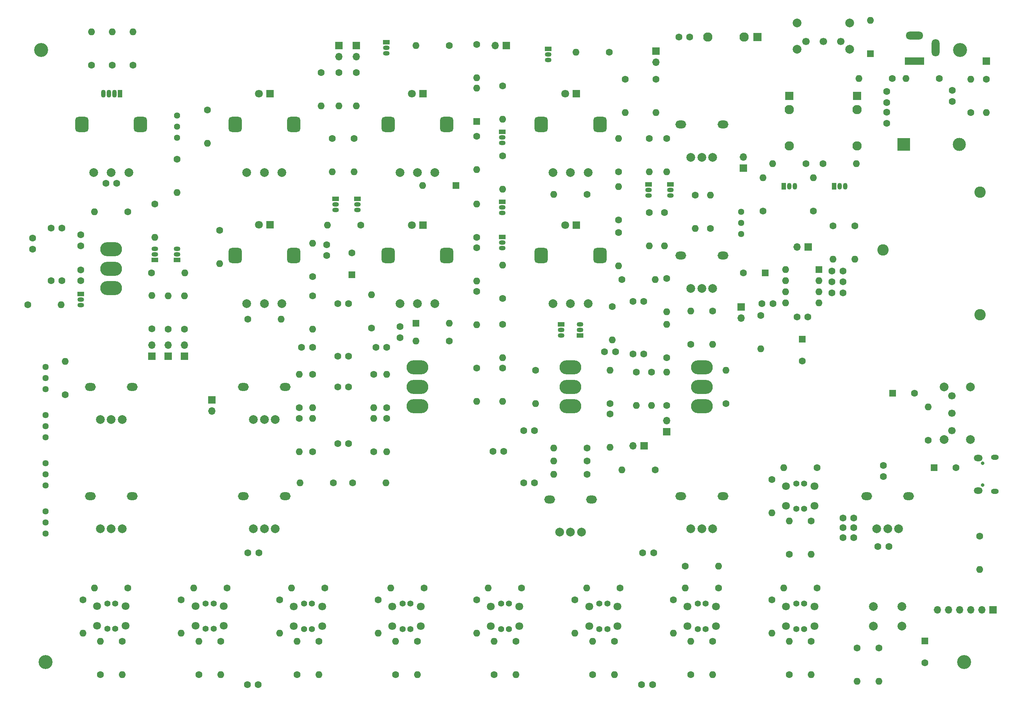
<source format=gbr>
%TF.GenerationSoftware,KiCad,Pcbnew,(6.0.7-1)-1*%
%TF.CreationDate,2022-09-04T10:59:54+02:00*%
%TF.ProjectId,LivSynth_Hardware,4c697653-796e-4746-985f-486172647761,0v01*%
%TF.SameCoordinates,Original*%
%TF.FileFunction,Soldermask,Top*%
%TF.FilePolarity,Negative*%
%FSLAX46Y46*%
G04 Gerber Fmt 4.6, Leading zero omitted, Abs format (unit mm)*
G04 Created by KiCad (PCBNEW (6.0.7-1)-1) date 2022-09-04 10:59:54*
%MOMM*%
%LPD*%
G01*
G04 APERTURE LIST*
G04 Aperture macros list*
%AMRoundRect*
0 Rectangle with rounded corners*
0 $1 Rounding radius*
0 $2 $3 $4 $5 $6 $7 $8 $9 X,Y pos of 4 corners*
0 Add a 4 corners polygon primitive as box body*
4,1,4,$2,$3,$4,$5,$6,$7,$8,$9,$2,$3,0*
0 Add four circle primitives for the rounded corners*
1,1,$1+$1,$2,$3*
1,1,$1+$1,$4,$5*
1,1,$1+$1,$6,$7*
1,1,$1+$1,$8,$9*
0 Add four rect primitives between the rounded corners*
20,1,$1+$1,$2,$3,$4,$5,0*
20,1,$1+$1,$4,$5,$6,$7,0*
20,1,$1+$1,$6,$7,$8,$9,0*
20,1,$1+$1,$8,$9,$2,$3,0*%
G04 Aperture macros list end*
%ADD10C,1.800000*%
%ADD11C,1.400000*%
%ADD12O,5.000000X3.200000*%
%ADD13C,1.440000*%
%ADD14C,2.000000*%
%ADD15O,2.500000X1.800000*%
%ADD16RoundRect,0.750000X-0.750000X-1.000000X0.750000X-1.000000X0.750000X1.000000X-0.750000X1.000000X0*%
%ADD17R,1.830000X1.930000*%
%ADD18C,2.130000*%
%ADD19R,1.930000X1.830000*%
%ADD20C,3.200000*%
%ADD21R,1.700000X1.700000*%
%ADD22O,1.700000X1.700000*%
%ADD23C,1.600000*%
%ADD24O,1.600000X1.600000*%
%ADD25R,1.800000X1.800000*%
%ADD26R,1.050000X1.500000*%
%ADD27O,1.050000X1.500000*%
%ADD28R,1.500000X1.050000*%
%ADD29O,1.500000X1.050000*%
%ADD30C,2.600000*%
%ADD31R,3.000000X3.000000*%
%ADD32C,3.000000*%
%ADD33O,0.800000X0.800000*%
%ADD34O,1.800000X1.150000*%
%ADD35O,2.000000X1.450000*%
%ADD36R,1.600000X1.600000*%
%ADD37C,1.700000*%
%ADD38R,4.400000X1.800000*%
%ADD39O,4.000000X1.800000*%
%ADD40O,1.800000X4.000000*%
%ADD41R,1.070000X1.800000*%
%ADD42O,1.070000X1.800000*%
G04 APERTURE END LIST*
D10*
%TO.C,RGB_Pot5*%
X191750000Y-205250000D03*
X198250000Y-205250000D03*
X191750000Y-209750000D03*
X198250000Y-209750000D03*
D11*
X194100000Y-204600000D03*
X195900000Y-204600000D03*
X195900000Y-210400000D03*
X194100000Y-210400000D03*
%TD*%
D12*
%TO.C,SW2*%
X175000000Y-159450000D03*
X175000000Y-155000000D03*
X175000000Y-150550000D03*
%TD*%
D10*
%TO.C,RGB_Pot4*%
X169250000Y-205250000D03*
X175750000Y-205250000D03*
X169250000Y-209750000D03*
X175750000Y-209750000D03*
D11*
X171600000Y-204600000D03*
X173400000Y-204600000D03*
X173400000Y-210400000D03*
X171600000Y-210400000D03*
%TD*%
D13*
%TO.C,RV14*%
X90000000Y-183450000D03*
X90000000Y-185990000D03*
X90000000Y-188530000D03*
%TD*%
D10*
%TO.C,RGB_Pot2*%
X124250000Y-205178932D03*
X130750000Y-205178932D03*
X124250000Y-209678932D03*
X130750000Y-209678932D03*
D11*
X126600000Y-204528932D03*
X128400000Y-204528932D03*
X128400000Y-210328932D03*
X126600000Y-210328932D03*
%TD*%
D14*
%TO.C,SW7*%
X279250000Y-205250000D03*
X285750000Y-205250000D03*
X279250000Y-209750000D03*
X285750000Y-209750000D03*
%TD*%
D13*
%TO.C,RV13*%
X90000000Y-172450000D03*
X90000000Y-174990000D03*
X90000000Y-177530000D03*
%TD*%
D14*
%TO.C,RV6*%
X237500000Y-187500000D03*
X240000000Y-187500000D03*
X242500000Y-187500000D03*
D15*
X235200000Y-180000000D03*
X244800000Y-180000000D03*
%TD*%
D14*
%TO.C,RV8*%
X137500000Y-187500000D03*
X140000000Y-187500000D03*
X142500000Y-187500000D03*
D15*
X135200000Y-180000000D03*
X144800000Y-180000000D03*
%TD*%
D14*
%TO.C,RV7*%
X102500000Y-162500000D03*
X105000000Y-162500000D03*
X107500000Y-162500000D03*
D15*
X100200000Y-155000000D03*
X109800000Y-155000000D03*
%TD*%
D13*
%TO.C,RV12*%
X90000000Y-161450000D03*
X90000000Y-163990000D03*
X90000000Y-166530000D03*
%TD*%
D14*
%TO.C,RV5*%
X206000000Y-106000000D03*
X210000000Y-106000000D03*
X214000000Y-106000000D03*
D16*
X203300000Y-95000000D03*
X216700000Y-95000000D03*
%TD*%
D14*
%TO.C,RV22*%
X137500000Y-162500000D03*
X140000000Y-162500000D03*
X142500000Y-162500000D03*
D15*
X135200000Y-155000000D03*
X144800000Y-155000000D03*
%TD*%
D14*
%TO.C,RV19*%
X237500000Y-102500000D03*
X240000000Y-102500000D03*
X242500000Y-102500000D03*
D15*
X235200000Y-95000000D03*
X244800000Y-95000000D03*
%TD*%
D14*
%TO.C,RV3*%
X171000000Y-106000000D03*
X175000000Y-106000000D03*
X179000000Y-106000000D03*
D16*
X168300000Y-95000000D03*
X181700000Y-95000000D03*
%TD*%
D12*
%TO.C,SW3*%
X240000000Y-159450000D03*
X240000000Y-155000000D03*
X240000000Y-150550000D03*
%TD*%
D14*
%TO.C,RV18*%
X237500000Y-132500000D03*
X240000000Y-132500000D03*
X242500000Y-132500000D03*
D15*
X235200000Y-125000000D03*
X244800000Y-125000000D03*
%TD*%
D12*
%TO.C,SW5*%
X210000000Y-150550000D03*
X210000000Y-155000000D03*
X210000000Y-159450000D03*
%TD*%
D13*
%TO.C,RV17*%
X249000000Y-114950000D03*
X249000000Y-117490000D03*
X249000000Y-120030000D03*
%TD*%
D14*
%TO.C,RV9*%
X102500000Y-187500000D03*
X105000000Y-187500000D03*
X107500000Y-187500000D03*
D15*
X100200000Y-180000000D03*
X109800000Y-180000000D03*
%TD*%
D14*
%TO.C,RV21*%
X280000000Y-187500000D03*
X282500000Y-187500000D03*
X285000000Y-187500000D03*
D15*
X277700000Y-180000000D03*
X287300000Y-180000000D03*
%TD*%
D14*
%TO.C,RV16*%
X136000000Y-136000000D03*
X140000000Y-136000000D03*
X144000000Y-136000000D03*
D16*
X133300000Y-125000000D03*
X146700000Y-125000000D03*
%TD*%
D14*
%TO.C,RV2*%
X171000000Y-136000000D03*
X175000000Y-136000000D03*
X179000000Y-136000000D03*
D16*
X168300000Y-125000000D03*
X181700000Y-125000000D03*
%TD*%
D14*
%TO.C,RV20*%
X101000000Y-106000000D03*
X105000000Y-106000000D03*
X109000000Y-106000000D03*
D16*
X98300000Y-95000000D03*
X111700000Y-95000000D03*
%TD*%
D17*
%TO.C,J14*%
X252729540Y-75000000D03*
D18*
X249629540Y-75000000D03*
X241329540Y-75000000D03*
%TD*%
D10*
%TO.C,RGB_Pot7*%
X236750000Y-205250000D03*
X243250000Y-205250000D03*
X236750000Y-209750000D03*
X243250000Y-209750000D03*
D11*
X239100000Y-204600000D03*
X240900000Y-204600000D03*
X240900000Y-210400000D03*
X239100000Y-210400000D03*
%TD*%
D19*
%TO.C,J18*%
X260000000Y-88520460D03*
D18*
X260000000Y-91620460D03*
X260000000Y-99920460D03*
%TD*%
D20*
%TO.C,H2*%
X299000000Y-78015000D03*
%TD*%
D19*
%TO.C,J19*%
X275500000Y-88520460D03*
D18*
X275500000Y-91620460D03*
X275500000Y-99920460D03*
%TD*%
D10*
%TO.C,RGB_Pot9*%
X259250000Y-177750000D03*
X265750000Y-177750000D03*
X259250000Y-182250000D03*
X265750000Y-182250000D03*
D11*
X261600000Y-177100000D03*
X263400000Y-177100000D03*
X263400000Y-182900000D03*
X261600000Y-182900000D03*
%TD*%
D14*
%TO.C,RV15*%
X136000000Y-106000000D03*
X140000000Y-106000000D03*
X144000000Y-106000000D03*
D16*
X133300000Y-95000000D03*
X146700000Y-95000000D03*
%TD*%
D13*
%TO.C,RV10*%
X120000000Y-92935000D03*
X120000000Y-95475000D03*
X120000000Y-98015000D03*
%TD*%
D14*
%TO.C,RV1*%
X207500000Y-188250000D03*
X210000000Y-188250000D03*
X212500000Y-188250000D03*
D15*
X205200000Y-180750000D03*
X214800000Y-180750000D03*
%TD*%
D20*
%TO.C,H1*%
X89000000Y-78015000D03*
%TD*%
D10*
%TO.C,RGB_Pot8*%
X259250000Y-205250000D03*
X265750000Y-205250000D03*
X259250000Y-209750000D03*
X265750000Y-209750000D03*
D11*
X261600000Y-204600000D03*
X263400000Y-204600000D03*
X263400000Y-210400000D03*
X261600000Y-210400000D03*
%TD*%
D14*
%TO.C,RV4*%
X206000000Y-136000000D03*
X210000000Y-136000000D03*
X214000000Y-136000000D03*
D16*
X203300000Y-125000000D03*
X216700000Y-125000000D03*
%TD*%
D21*
%TO.C,J15*%
X249000000Y-136725000D03*
D22*
X249000000Y-139265000D03*
%TD*%
D10*
%TO.C,RGB_Pot3*%
X146750000Y-205250000D03*
X153250000Y-205250000D03*
X146750000Y-209750000D03*
X153250000Y-209750000D03*
D11*
X149100000Y-204600000D03*
X150900000Y-204600000D03*
X150900000Y-210400000D03*
X149100000Y-210400000D03*
%TD*%
D10*
%TO.C,RGB_Pot1*%
X101750000Y-205178932D03*
X108250000Y-205178932D03*
X101750000Y-209678932D03*
X108250000Y-209678932D03*
D11*
X104100000Y-204528932D03*
X105900000Y-204528932D03*
X105900000Y-210328932D03*
X104100000Y-210328932D03*
%TD*%
D13*
%TO.C,RV11*%
X90000000Y-150470000D03*
X90000000Y-153010000D03*
X90000000Y-155550000D03*
%TD*%
D20*
%TO.C,H4*%
X300000000Y-217928932D03*
%TD*%
D12*
%TO.C,SW6*%
X105000000Y-132465000D03*
X105000000Y-128015000D03*
X105000000Y-123565000D03*
%TD*%
D20*
%TO.C,H3*%
X90000000Y-217928932D03*
%TD*%
D10*
%TO.C,RGB_Pot6*%
X214250000Y-205250000D03*
X220750000Y-205250000D03*
X214250000Y-209750000D03*
X220750000Y-209750000D03*
D11*
X216600000Y-204600000D03*
X218400000Y-204600000D03*
X218400000Y-210400000D03*
X216600000Y-210400000D03*
%TD*%
D23*
%TO.C,R68*%
X225000000Y-151690000D03*
D24*
X225000000Y-159310000D03*
%TD*%
D25*
%TO.C,D8*%
X141275000Y-117950000D03*
D10*
X138735000Y-117950000D03*
%TD*%
D23*
%TO.C,R53*%
X165000000Y-169810000D03*
D24*
X165000000Y-162190000D03*
%TD*%
D23*
%TO.C,C55*%
X282750000Y-191500000D03*
X280250000Y-191500000D03*
%TD*%
%TO.C,R44*%
X148000000Y-162190000D03*
D24*
X148000000Y-169810000D03*
%TD*%
D21*
%TO.C,J17*%
X264275000Y-123000000D03*
D22*
X261735000Y-123000000D03*
%TD*%
D23*
%TO.C,R6*%
X213810000Y-175000000D03*
D24*
X206190000Y-175000000D03*
%TD*%
D23*
%TO.C,C1*%
X282250000Y-87500000D03*
X282250000Y-90000000D03*
%TD*%
%TO.C,R30*%
X221000000Y-116810000D03*
D24*
X221000000Y-109190000D03*
%TD*%
D23*
%TO.C,R87*%
X143500000Y-203690000D03*
D24*
X143500000Y-211310000D03*
%TD*%
D23*
%TO.C,R71*%
X231500000Y-115190000D03*
D24*
X231500000Y-122810000D03*
%TD*%
D23*
%TO.C,R89*%
X102500000Y-220810000D03*
D24*
X102500000Y-213190000D03*
%TD*%
D23*
%TO.C,R83*%
X275000000Y-118190000D03*
D24*
X275000000Y-125810000D03*
%TD*%
D23*
%TO.C,R64*%
X232000000Y-98190000D03*
D24*
X232000000Y-105810000D03*
%TD*%
D23*
%TO.C,C43*%
X226250000Y-223125000D03*
X228750000Y-223125000D03*
%TD*%
%TO.C,C12*%
X159250000Y-168000000D03*
X156750000Y-168000000D03*
%TD*%
%TO.C,R91*%
X147500000Y-220810000D03*
D24*
X147500000Y-213190000D03*
%TD*%
D26*
%TO.C,Q16*%
X270230000Y-109140000D03*
D27*
X271500000Y-109140000D03*
X272770000Y-109140000D03*
%TD*%
D23*
%TO.C,R70*%
X229500000Y-84690000D03*
D24*
X229500000Y-92310000D03*
%TD*%
D23*
%TO.C,C49*%
X272250000Y-128500000D03*
X269750000Y-128500000D03*
%TD*%
%TO.C,R97*%
X131500000Y-201000000D03*
D24*
X123880000Y-201000000D03*
%TD*%
D23*
%TO.C,R129*%
X100500000Y-81500000D03*
D24*
X100500000Y-73880000D03*
%TD*%
D23*
%TO.C,R26*%
X219000000Y-161190000D03*
D24*
X219000000Y-168810000D03*
%TD*%
D23*
%TO.C,R124*%
X254000000Y-114810000D03*
D24*
X254000000Y-107190000D03*
%TD*%
D23*
%TO.C,R117*%
X198810000Y-201000000D03*
D24*
X191190000Y-201000000D03*
%TD*%
D23*
%TO.C,R114*%
X265000000Y-185690000D03*
D24*
X265000000Y-193310000D03*
%TD*%
D28*
%TO.C,Q9*%
X115000000Y-126000000D03*
D29*
X115000000Y-124730000D03*
X115000000Y-123460000D03*
%TD*%
D23*
%TO.C,R74*%
X228000000Y-115190000D03*
D24*
X228000000Y-122810000D03*
%TD*%
D23*
%TO.C,R113*%
X266310000Y-201000000D03*
D24*
X258690000Y-201000000D03*
%TD*%
D23*
%TO.C,R3*%
X301500000Y-92310000D03*
D24*
X301500000Y-84690000D03*
%TD*%
D30*
%TO.C,BT1*%
X303600000Y-138500000D03*
X281400000Y-123750000D03*
X303600000Y-110500000D03*
D31*
X286150000Y-99600000D03*
D32*
X298850000Y-99600000D03*
%TD*%
D23*
%TO.C,R62*%
X129750000Y-119190000D03*
D24*
X129750000Y-126810000D03*
%TD*%
D28*
%TO.C,Q13*%
X232860000Y-108730000D03*
D29*
X232860000Y-110000000D03*
X232860000Y-111270000D03*
%TD*%
D23*
%TO.C,R92*%
X170000000Y-220810000D03*
D24*
X170000000Y-213190000D03*
%TD*%
D23*
%TO.C,C42*%
X138612500Y-223125000D03*
X136112500Y-223125000D03*
%TD*%
%TO.C,R79*%
X242500000Y-137690000D03*
D24*
X242500000Y-145310000D03*
%TD*%
D23*
%TO.C,R16*%
X194500000Y-140690000D03*
D24*
X194500000Y-148310000D03*
%TD*%
D23*
%TO.C,R98*%
X152500000Y-213190000D03*
D24*
X152500000Y-220810000D03*
%TD*%
D23*
%TO.C,C8*%
X201750000Y-177000000D03*
X199250000Y-177000000D03*
%TD*%
%TO.C,R107*%
X260000000Y-220810000D03*
D24*
X260000000Y-213190000D03*
%TD*%
D23*
%TO.C,R104*%
X188500000Y-203690000D03*
D24*
X188500000Y-211310000D03*
%TD*%
D23*
%TO.C,R82*%
X270000000Y-118190000D03*
D24*
X270000000Y-125810000D03*
%TD*%
D33*
%TO.C,J3*%
X304200000Y-172500000D03*
X304200000Y-177500000D03*
D34*
X306950000Y-178875000D03*
X306950000Y-171125000D03*
D35*
X303150000Y-178725000D03*
X303150000Y-171275000D03*
%TD*%
D28*
%TO.C,Q10*%
X120000000Y-126000000D03*
D29*
X120000000Y-124730000D03*
X120000000Y-123460000D03*
%TD*%
D21*
%TO.C,J13*%
X249500000Y-105025000D03*
D22*
X249500000Y-102485000D03*
%TD*%
D23*
%TO.C,R110*%
X215000000Y-220810000D03*
D24*
X215000000Y-213190000D03*
%TD*%
D23*
%TO.C,R46*%
X168000000Y-162190000D03*
D24*
X168000000Y-169810000D03*
%TD*%
D23*
%TO.C,R105*%
X211000000Y-203690000D03*
D24*
X211000000Y-211310000D03*
%TD*%
D23*
%TO.C,R122*%
X263810000Y-104000000D03*
D24*
X256190000Y-104000000D03*
%TD*%
D21*
%TO.C,J20*%
X157000000Y-77000000D03*
D22*
X157000000Y-79540000D03*
%TD*%
D36*
%TO.C,D3*%
X183810000Y-109000000D03*
D24*
X176190000Y-109000000D03*
%TD*%
D23*
%TO.C,R76*%
X245500000Y-158810000D03*
D24*
X245500000Y-151190000D03*
%TD*%
D23*
%TO.C,R65*%
X228000000Y-98190000D03*
D24*
X228000000Y-105810000D03*
%TD*%
D36*
%TO.C,C39*%
X160000000Y-129402651D03*
D23*
X160000000Y-124402651D03*
%TD*%
%TO.C,C46*%
X234750000Y-75000000D03*
X237250000Y-75000000D03*
%TD*%
%TO.C,R75*%
X232000000Y-159310000D03*
D24*
X232000000Y-151690000D03*
%TD*%
D23*
%TO.C,R33*%
X121750000Y-141835000D03*
D24*
X121750000Y-134215000D03*
%TD*%
D28*
%TO.C,Q12*%
X161250000Y-112000000D03*
D29*
X161250000Y-113270000D03*
X161250000Y-114540000D03*
%TD*%
D21*
%TO.C,J7*%
X118000000Y-148025000D03*
D22*
X118000000Y-145485000D03*
%TD*%
D23*
%TO.C,R28*%
X219000000Y-158810000D03*
D24*
X219000000Y-151190000D03*
%TD*%
D23*
%TO.C,C2*%
X226750000Y-135500000D03*
X224250000Y-135500000D03*
%TD*%
%TO.C,R39*%
X108810000Y-115000000D03*
D24*
X101190000Y-115000000D03*
%TD*%
D23*
%TO.C,C10*%
X159250000Y-148000000D03*
X156750000Y-148000000D03*
%TD*%
%TO.C,R125*%
X265500000Y-114810000D03*
D24*
X265500000Y-107190000D03*
%TD*%
D23*
%TO.C,R18*%
X182310000Y-144500000D03*
D24*
X174690000Y-144500000D03*
%TD*%
D23*
%TO.C,R96*%
X130000000Y-213190000D03*
D24*
X130000000Y-220810000D03*
%TD*%
D21*
%TO.C,J6*%
X121750000Y-148025000D03*
D22*
X121750000Y-145485000D03*
%TD*%
D23*
%TO.C,C45*%
X226500000Y-193000000D03*
X229000000Y-193000000D03*
%TD*%
D21*
%TO.C,J2*%
X306580000Y-206000000D03*
D22*
X304040000Y-206000000D03*
X301500000Y-206000000D03*
X298960000Y-206000000D03*
X296420000Y-206000000D03*
X293880000Y-206000000D03*
%TD*%
D23*
%TO.C,C9*%
X93750000Y-130750000D03*
X91250000Y-130750000D03*
%TD*%
D14*
%TO.C,SW1*%
X301417500Y-167042500D03*
X301417500Y-155042500D03*
X295417500Y-167042500D03*
X295417500Y-155042500D03*
D37*
X297167500Y-157042500D03*
X297167500Y-161042500D03*
X297167500Y-165042500D03*
%TD*%
D23*
%TO.C,R56*%
X155500000Y-98190000D03*
D24*
X155500000Y-105810000D03*
%TD*%
D36*
%TO.C,C14*%
X283597349Y-156500000D03*
D23*
X288597349Y-156500000D03*
%TD*%
%TO.C,R99*%
X153810000Y-201000000D03*
D24*
X146190000Y-201000000D03*
%TD*%
D28*
%TO.C,Q3*%
X194360000Y-120730000D03*
D29*
X194360000Y-122000000D03*
X194360000Y-123270000D03*
%TD*%
D36*
%TO.C,C50*%
X263000000Y-144097349D03*
D23*
X263000000Y-149097349D03*
%TD*%
%TO.C,R108*%
X260000000Y-193310000D03*
D24*
X260000000Y-185690000D03*
%TD*%
D38*
%TO.C,J1*%
X288600000Y-80515000D03*
D39*
X288600000Y-74715000D03*
D40*
X293400000Y-77515000D03*
%TD*%
D23*
%TO.C,R25*%
X202000000Y-151190000D03*
D24*
X202000000Y-158810000D03*
%TD*%
D23*
%TO.C,C34*%
X87000000Y-123500000D03*
X87000000Y-121000000D03*
%TD*%
%TO.C,R31*%
X213810000Y-111000000D03*
D24*
X206190000Y-111000000D03*
%TD*%
D23*
%TO.C,R60*%
X127000000Y-91690000D03*
D24*
X127000000Y-99310000D03*
%TD*%
D23*
%TO.C,R14*%
X194500000Y-134810000D03*
D24*
X194500000Y-127190000D03*
%TD*%
D28*
%TO.C,Q2*%
X194360000Y-112730000D03*
D29*
X194360000Y-114000000D03*
X194360000Y-115270000D03*
%TD*%
D28*
%TO.C,Q14*%
X227860000Y-108730000D03*
D29*
X227860000Y-110000000D03*
X227860000Y-111270000D03*
%TD*%
D23*
%TO.C,C19*%
X274750000Y-189500000D03*
X272250000Y-189500000D03*
%TD*%
%TO.C,R126*%
X157000000Y-83190000D03*
D24*
X157000000Y-90810000D03*
%TD*%
D23*
%TO.C,R29*%
X221690000Y-130500000D03*
D24*
X229310000Y-130500000D03*
%TD*%
D23*
%TO.C,R61*%
X136190000Y-139500000D03*
D24*
X143810000Y-139500000D03*
%TD*%
D23*
%TO.C,C51*%
X256250000Y-136000000D03*
X253750000Y-136000000D03*
%TD*%
D25*
%TO.C,D7*%
X141275000Y-87950000D03*
D10*
X138735000Y-87950000D03*
%TD*%
D28*
%TO.C,Q11*%
X156250000Y-112000000D03*
D29*
X156250000Y-113270000D03*
X156250000Y-114540000D03*
%TD*%
D23*
%TO.C,R4*%
X294310000Y-84500000D03*
D24*
X286690000Y-84500000D03*
%TD*%
D23*
%TO.C,R32*%
X221000000Y-119690000D03*
D24*
X221000000Y-127310000D03*
%TD*%
D23*
%TO.C,C53*%
X272250000Y-131000000D03*
X269750000Y-131000000D03*
%TD*%
%TO.C,C31*%
X194750000Y-169750000D03*
X192250000Y-169750000D03*
%TD*%
D36*
%TO.C,C20*%
X291000000Y-213097349D03*
D23*
X291000000Y-218097349D03*
%TD*%
%TO.C,R54*%
X160190000Y-177000000D03*
D24*
X167810000Y-177000000D03*
%TD*%
D28*
%TO.C,Q4*%
X194360000Y-96730000D03*
D29*
X194360000Y-98000000D03*
X194360000Y-99270000D03*
%TD*%
D23*
%TO.C,R63*%
X232000000Y-148310000D03*
D24*
X232000000Y-140690000D03*
%TD*%
D21*
%TO.C,J9*%
X128000000Y-158000000D03*
D22*
X128000000Y-160540000D03*
%TD*%
D23*
%TO.C,R34*%
X115000000Y-113190000D03*
D24*
X115000000Y-120810000D03*
%TD*%
D23*
%TO.C,R10*%
X182310000Y-77000000D03*
D24*
X174690000Y-77000000D03*
%TD*%
D23*
%TO.C,R12*%
X194500000Y-86190000D03*
D24*
X194500000Y-93810000D03*
%TD*%
D23*
%TO.C,C40*%
X151000000Y-146000000D03*
X148500000Y-146000000D03*
%TD*%
%TO.C,C47*%
X261750000Y-139000000D03*
X264250000Y-139000000D03*
%TD*%
%TO.C,R123*%
X267690000Y-104000000D03*
D24*
X275310000Y-104000000D03*
%TD*%
D23*
%TO.C,R15*%
X194500000Y-102190000D03*
D24*
X194500000Y-109810000D03*
%TD*%
D23*
%TO.C,R109*%
X192500000Y-220810000D03*
D24*
X192500000Y-213190000D03*
%TD*%
D23*
%TO.C,R101*%
X176500000Y-201000000D03*
D24*
X168880000Y-201000000D03*
%TD*%
D25*
%TO.C,D9*%
X211275000Y-118000000D03*
D10*
X208735000Y-118000000D03*
%TD*%
D23*
%TO.C,C44*%
X136250000Y-193000000D03*
X138750000Y-193000000D03*
%TD*%
D25*
%TO.C,D2*%
X176275000Y-118000000D03*
D10*
X173735000Y-118000000D03*
%TD*%
D23*
%TO.C,R19*%
X188500000Y-97690000D03*
D24*
X188500000Y-105310000D03*
%TD*%
D23*
%TO.C,R77*%
X237500000Y-145310000D03*
D24*
X237500000Y-137690000D03*
%TD*%
D23*
%TO.C,C36*%
X98000000Y-122750000D03*
X98000000Y-120250000D03*
%TD*%
%TO.C,C17*%
X274750000Y-185000000D03*
X272250000Y-185000000D03*
%TD*%
%TO.C,R51*%
X151000000Y-169810000D03*
D24*
X151000000Y-162190000D03*
%TD*%
D21*
%TO.C,J5*%
X195275000Y-77000000D03*
D22*
X192735000Y-77000000D03*
%TD*%
D23*
%TO.C,R5*%
X303500000Y-189190000D03*
D24*
X303500000Y-196810000D03*
%TD*%
D23*
%TO.C,R49*%
X151000000Y-152190000D03*
D24*
X151000000Y-159810000D03*
%TD*%
D23*
%TO.C,R90*%
X125000000Y-220810000D03*
D24*
X125000000Y-213190000D03*
%TD*%
D23*
%TO.C,TH1*%
X114190000Y-129000000D03*
D24*
X121810000Y-129000000D03*
%TD*%
D23*
%TO.C,R80*%
X280500000Y-214690000D03*
D24*
X280500000Y-222310000D03*
%TD*%
D23*
%TO.C,R103*%
X256000000Y-176190000D03*
D24*
X256000000Y-183810000D03*
%TD*%
D23*
%TO.C,R20*%
X188500000Y-123190000D03*
D24*
X188500000Y-130810000D03*
%TD*%
D23*
%TO.C,R94*%
X107500000Y-213190000D03*
D24*
X107500000Y-220810000D03*
%TD*%
D23*
%TO.C,C35*%
X98000000Y-130750000D03*
X98000000Y-128250000D03*
%TD*%
%TO.C,C11*%
X156750000Y-155000000D03*
X159250000Y-155000000D03*
%TD*%
%TO.C,C41*%
X168000000Y-146000000D03*
X165500000Y-146000000D03*
%TD*%
D21*
%TO.C,J12*%
X232000000Y-165275000D03*
D22*
X232000000Y-162735000D03*
%TD*%
D23*
%TO.C,R106*%
X233500000Y-203690000D03*
D24*
X233500000Y-211310000D03*
%TD*%
D23*
%TO.C,R57*%
X164500000Y-141560000D03*
D24*
X164500000Y-133940000D03*
%TD*%
D25*
%TO.C,D10*%
X176275000Y-88000000D03*
D10*
X173735000Y-88000000D03*
%TD*%
D23*
%TO.C,R24*%
X218810000Y-78500000D03*
D24*
X211190000Y-78500000D03*
%TD*%
D23*
%TO.C,R17*%
X188500000Y-76690000D03*
D24*
X188500000Y-84310000D03*
%TD*%
D23*
%TO.C,R23*%
X194500000Y-150690000D03*
D24*
X194500000Y-158310000D03*
%TD*%
D23*
%TO.C,C13*%
X297250000Y-89750000D03*
X297250000Y-87250000D03*
%TD*%
%TO.C,R67*%
X242000000Y-118810000D03*
D24*
X242000000Y-111190000D03*
%TD*%
D36*
%TO.C,C48*%
X254500000Y-129000000D03*
D23*
X249500000Y-129000000D03*
%TD*%
%TO.C,R127*%
X110000000Y-81500000D03*
D24*
X110000000Y-73880000D03*
%TD*%
D23*
%TO.C,R8*%
X213810000Y-169000000D03*
D24*
X206190000Y-169000000D03*
%TD*%
D23*
%TO.C,R38*%
X120000000Y-103000000D03*
D24*
X120000000Y-110620000D03*
%TD*%
D21*
%TO.C,TP1*%
X305000000Y-80500000D03*
%TD*%
D23*
%TO.C,R47*%
X161000000Y-83190000D03*
D24*
X161000000Y-90810000D03*
%TD*%
D23*
%TO.C,R84*%
X253500000Y-138690000D03*
D24*
X253500000Y-146310000D03*
%TD*%
D23*
%TO.C,R1*%
X305000000Y-84690000D03*
D24*
X305000000Y-92310000D03*
%TD*%
D26*
%TO.C,Q15*%
X258730000Y-109140000D03*
D27*
X260000000Y-109140000D03*
X261270000Y-109140000D03*
%TD*%
D23*
%TO.C,C18*%
X274750000Y-187250000D03*
X272250000Y-187250000D03*
%TD*%
%TO.C,C33*%
X217750000Y-147000000D03*
X220250000Y-147000000D03*
%TD*%
%TO.C,R43*%
X148000000Y-159810000D03*
D24*
X148000000Y-152190000D03*
%TD*%
D23*
%TO.C,C16*%
X281500000Y-173000000D03*
X281500000Y-175500000D03*
%TD*%
D36*
%TO.C,D1*%
X278500000Y-78810000D03*
D24*
X278500000Y-71190000D03*
%TD*%
D23*
%TO.C,R9*%
X229310000Y-174000000D03*
D24*
X221690000Y-174000000D03*
%TD*%
D23*
%TO.C,R116*%
X197500000Y-213190000D03*
D24*
X197500000Y-220810000D03*
%TD*%
D23*
%TO.C,R115*%
X266310000Y-173500000D03*
D24*
X258690000Y-173500000D03*
%TD*%
D36*
%TO.C,D4*%
X188500000Y-94310000D03*
D24*
X188500000Y-86690000D03*
%TD*%
D23*
%TO.C,C3*%
X201750000Y-165000000D03*
X199250000Y-165000000D03*
%TD*%
%TO.C,R48*%
X162060000Y-118000000D03*
D24*
X154440000Y-118000000D03*
%TD*%
D23*
%TO.C,R73*%
X238500000Y-111190000D03*
D24*
X238500000Y-118810000D03*
%TD*%
D28*
%TO.C,Q7*%
X212140000Y-143270000D03*
D29*
X212140000Y-142000000D03*
X212140000Y-140730000D03*
%TD*%
D23*
%TO.C,R55*%
X153000000Y-83190000D03*
D24*
X153000000Y-90810000D03*
%TD*%
D23*
%TO.C,C54*%
X103750000Y-108500000D03*
X106250000Y-108500000D03*
%TD*%
%TO.C,R95*%
X108810000Y-201000000D03*
D24*
X101190000Y-201000000D03*
%TD*%
D23*
%TO.C,R130*%
X291750000Y-167250000D03*
D24*
X291750000Y-159630000D03*
%TD*%
D23*
%TO.C,R121*%
X243810000Y-201000000D03*
D24*
X236190000Y-201000000D03*
%TD*%
D23*
%TO.C,R36*%
X85940000Y-136250000D03*
D24*
X93560000Y-136250000D03*
%TD*%
D23*
%TO.C,R7*%
X213810000Y-172000000D03*
D24*
X206190000Y-172000000D03*
%TD*%
D23*
%TO.C,R58*%
X151000000Y-134190000D03*
D24*
X151000000Y-141810000D03*
%TD*%
D23*
%TO.C,R93*%
X236190000Y-196000000D03*
D24*
X243810000Y-196000000D03*
%TD*%
D23*
%TO.C,R13*%
X188500000Y-120810000D03*
D24*
X188500000Y-113190000D03*
%TD*%
D23*
%TO.C,R81*%
X275500000Y-214690000D03*
D24*
X275500000Y-222310000D03*
%TD*%
D23*
%TO.C,R72*%
X221000000Y-105810000D03*
D24*
X221000000Y-98190000D03*
%TD*%
D23*
%TO.C,R11*%
X160500000Y-98190000D03*
D24*
X160500000Y-105810000D03*
%TD*%
D23*
%TO.C,R69*%
X219500000Y-136690000D03*
D24*
X219500000Y-144310000D03*
%TD*%
D21*
%TO.C,J4*%
X226775000Y-168500000D03*
D22*
X224235000Y-168500000D03*
%TD*%
D23*
%TO.C,C38*%
X154250000Y-125000000D03*
X154250000Y-122500000D03*
%TD*%
D21*
%TO.C,J8*%
X114250000Y-148025000D03*
D22*
X114250000Y-145485000D03*
%TD*%
D23*
%TO.C,R45*%
X168000000Y-159810000D03*
D24*
X168000000Y-152190000D03*
%TD*%
D23*
%TO.C,R78*%
X232000000Y-130190000D03*
D24*
X232000000Y-137810000D03*
%TD*%
D23*
%TO.C,R118*%
X220000000Y-213190000D03*
D24*
X220000000Y-220810000D03*
%TD*%
D23*
%TO.C,R111*%
X237500000Y-220810000D03*
D24*
X237500000Y-213190000D03*
%TD*%
D23*
%TO.C,R85*%
X98500000Y-203690000D03*
D24*
X98500000Y-211310000D03*
%TD*%
D23*
%TO.C,R102*%
X256000000Y-203690000D03*
D24*
X256000000Y-211310000D03*
%TD*%
D23*
%TO.C,R128*%
X105250000Y-81500000D03*
D24*
X105250000Y-73880000D03*
%TD*%
D23*
%TO.C,C4*%
X93750000Y-118750000D03*
X91250000Y-118750000D03*
%TD*%
%TO.C,C5*%
X159250000Y-136000000D03*
X156750000Y-136000000D03*
%TD*%
%TO.C,C7*%
X226750000Y-147500000D03*
X224250000Y-147500000D03*
%TD*%
D28*
%TO.C,Q6*%
X204860000Y-77730000D03*
D29*
X204860000Y-79000000D03*
X204860000Y-80270000D03*
%TD*%
D14*
%TO.C,SW4*%
X273792500Y-71832500D03*
X273792500Y-77832500D03*
X261792500Y-77832500D03*
X261792500Y-71832500D03*
D37*
X263792500Y-76082500D03*
X267792500Y-76082500D03*
X271792500Y-76082500D03*
%TD*%
D23*
%TO.C,R2*%
X283560000Y-84500000D03*
D24*
X275940000Y-84500000D03*
%TD*%
D36*
%TO.C,D5*%
X174690000Y-140500000D03*
D24*
X182310000Y-140500000D03*
%TD*%
D36*
%TO.C,C15*%
X293097349Y-173500000D03*
D23*
X298097349Y-173500000D03*
%TD*%
%TO.C,C52*%
X272250000Y-133500000D03*
X269750000Y-133500000D03*
%TD*%
%TO.C,C6*%
X282250000Y-92250000D03*
X282250000Y-94750000D03*
%TD*%
D28*
%TO.C,Q1*%
X167860000Y-76230000D03*
D29*
X167860000Y-77500000D03*
X167860000Y-78770000D03*
%TD*%
D23*
%TO.C,R22*%
X188500000Y-150690000D03*
D24*
X188500000Y-158310000D03*
%TD*%
D23*
%TO.C,R120*%
X242500000Y-213190000D03*
D24*
X242500000Y-220810000D03*
%TD*%
D23*
%TO.C,R100*%
X175000000Y-213190000D03*
D24*
X175000000Y-220810000D03*
%TD*%
D41*
%TO.C,D11*%
X107040000Y-87950000D03*
D42*
X105770000Y-87950000D03*
X104500000Y-87950000D03*
X103230000Y-87950000D03*
%TD*%
D23*
%TO.C,R59*%
X151000000Y-129810000D03*
D24*
X151000000Y-122190000D03*
%TD*%
D23*
%TO.C,R88*%
X166000000Y-203690000D03*
D24*
X166000000Y-211310000D03*
%TD*%
D21*
%TO.C,J11*%
X229500000Y-78225000D03*
D22*
X229500000Y-80765000D03*
%TD*%
D25*
%TO.C,D6*%
X211275000Y-88000000D03*
D10*
X208735000Y-88000000D03*
%TD*%
D23*
%TO.C,R50*%
X165000000Y-152190000D03*
D24*
X165000000Y-159810000D03*
%TD*%
D23*
%TO.C,C32*%
X171000000Y-141250000D03*
X171000000Y-143750000D03*
%TD*%
%TO.C,R112*%
X265000000Y-213190000D03*
D24*
X265000000Y-220810000D03*
%TD*%
D23*
%TO.C,R37*%
X114250000Y-141750000D03*
D24*
X114250000Y-134130000D03*
%TD*%
D36*
%TO.C,U20*%
X266800000Y-128200000D03*
D24*
X266800000Y-130740000D03*
X266800000Y-133280000D03*
X266800000Y-135820000D03*
X259180000Y-135820000D03*
X259180000Y-133280000D03*
X259180000Y-130740000D03*
X259180000Y-128200000D03*
%TD*%
D28*
%TO.C,Q8*%
X98000000Y-133750000D03*
D29*
X98000000Y-135020000D03*
X98000000Y-136290000D03*
%TD*%
D21*
%TO.C,J10*%
X161000000Y-77000000D03*
D22*
X161000000Y-79540000D03*
%TD*%
D23*
%TO.C,R27*%
X222500000Y-84690000D03*
D24*
X222500000Y-92310000D03*
%TD*%
D23*
%TO.C,R40*%
X94500000Y-156810000D03*
D24*
X94500000Y-149190000D03*
%TD*%
D23*
%TO.C,R35*%
X118000000Y-141810000D03*
D24*
X118000000Y-134190000D03*
%TD*%
D28*
%TO.C,Q5*%
X207860000Y-140730000D03*
D29*
X207860000Y-142000000D03*
X207860000Y-143270000D03*
%TD*%
D23*
%TO.C,R66*%
X228500000Y-151690000D03*
D24*
X228500000Y-159310000D03*
%TD*%
D23*
%TO.C,R119*%
X221310000Y-201000000D03*
D24*
X213690000Y-201000000D03*
%TD*%
D23*
%TO.C,R86*%
X121000000Y-203690000D03*
D24*
X121000000Y-211310000D03*
%TD*%
D23*
%TO.C,R52*%
X155810000Y-177000000D03*
D24*
X148190000Y-177000000D03*
%TD*%
D23*
%TO.C,R21*%
X188500000Y-133190000D03*
D24*
X188500000Y-140810000D03*
%TD*%
M02*

</source>
